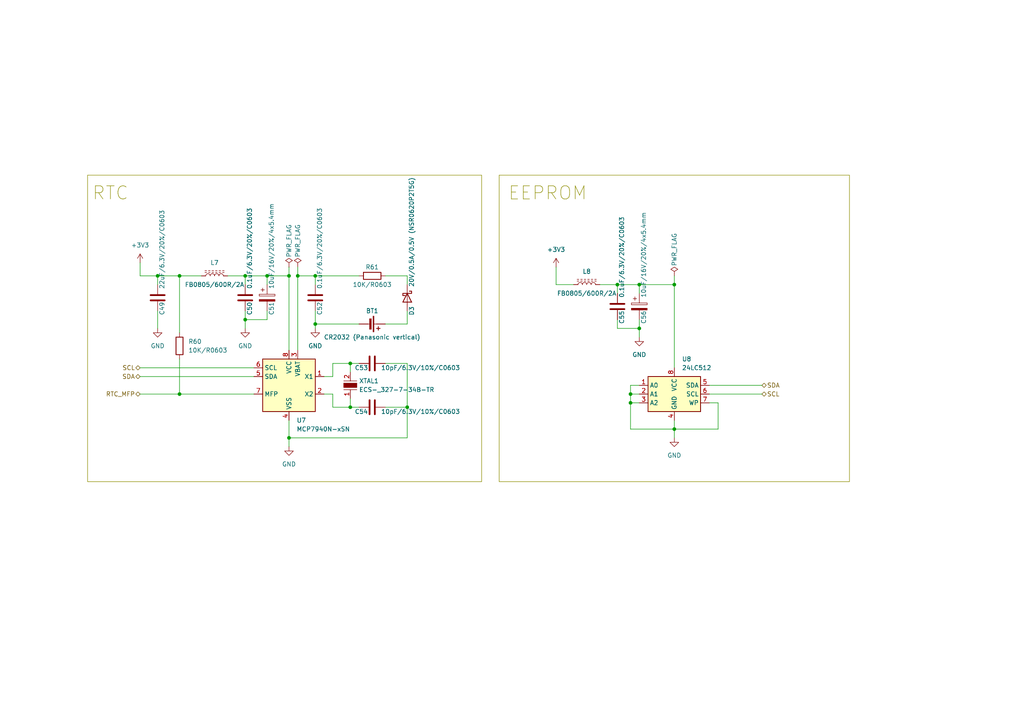
<source format=kicad_sch>
(kicad_sch (version 20230121) (generator eeschema)
  (paper "A4")
  (lib_symbols
    (symbol "Device:Battery_Cell" (pin_numbers hide) (pin_names (offset 0) hide)
      (property "Reference" "BT" (at 2.54 2.54 0))
      (property "Value" "Battery_Cell" (at 2.54 0 0))
      (symbol "Battery_Cell_0_1"
        (rectangle (start -2.286 1.778) (end 2.286 1.524) (fill (type outline)))
        (rectangle (start -1.524 1.016) (end 1.524 0.508) (fill (type outline)))
        (polyline (pts (xy 0 0.762) (xy 0 0)))
        (polyline (pts (xy 0 1.778) (xy 0 2.54)))
        (polyline (pts (xy 0.762 3.048) (xy 1.778 3.048)) (stroke (width 0.254)))
        (polyline (pts (xy 1.27 3.556) (xy 1.27 2.54)) (stroke (width 0.254)))
      )
      (symbol "Battery_Cell_1_1"
        (pin passive line (at 0 5.08 270) (length 2.54) (name "+") (number "1"))
        (pin passive line (at 0 -2.54 90) (length 2.54) (name "-") (number "2"))
      )
    )
    (symbol "Device:C" (pin_numbers hide) (pin_names (offset 0.254))
      (property "Reference" "C" (at 0.635 2.54 0))
      (property "Value" "C" (at 0.635 -2.54 0))
      (symbol "C_0_1"
        (polyline (pts (xy -2.032 -0.762) (xy 2.032 -0.762)) (stroke (width 0.508)))
        (polyline (pts (xy -2.032 0.762) (xy 2.032 0.762)) (stroke (width 0.508)))
      )
      (symbol "C_1_1"
        (pin passive line (at 0 3.81 270) (length 2.794) (name "~") (number "1"))
        (pin passive line (at 0 -3.81 90) (length 2.794) (name "~") (number "2"))
      )
    )
    (symbol "Device:C_Polarized" (pin_numbers hide) (pin_names (offset 0.254))
      (property "Reference" "C" (at 0.635 2.54 0))
      (property "Value" "C_Polarized" (at 0.635 -2.54 0))
      (symbol "C_Polarized_0_1"
        (rectangle (start -2.286 0.508) (end 2.286 1.016))
        (polyline (pts (xy -1.778 2.286) (xy -0.762 2.286)))
        (polyline (pts (xy -1.27 2.794) (xy -1.27 1.778)))
        (rectangle (start 2.286 -0.508) (end -2.286 -1.016) (fill (type outline)))
      )
      (symbol "C_Polarized_1_1"
        (pin passive line (at 0 3.81 270) (length 2.794) (name "~") (number "1"))
        (pin passive line (at 0 -3.81 90) (length 2.794) (name "~") (number "2"))
      )
    )
    (symbol "Device:D_Schottky" (pin_numbers hide) (pin_names (offset 1.016) hide)
      (property "Reference" "D" (at 0 2.54 0))
      (property "Value" "D_Schottky" (at 0 -2.54 0))
      (symbol "D_Schottky_0_1"
        (polyline (pts (xy 1.27 0) (xy -1.27 0)))
        (polyline (pts (xy 1.27 1.27) (xy 1.27 -1.27) (xy -1.27 0) (xy 1.27 1.27)) (stroke (width 0.254)))
        (polyline (pts (xy -1.905 0.635) (xy -1.905 1.27) (xy -1.27 1.27) (xy -1.27 -1.27) (xy -0.635 -1.27) (xy -0.635 -0.635)) (stroke (width 0.254)))
      )
      (symbol "D_Schottky_1_1"
        (pin passive line (at -3.81 0 0) (length 2.54) (name "K") (number "1"))
        (pin passive line (at 3.81 0 180) (length 2.54) (name "A") (number "2"))
      )
    )
    (symbol "Device:L_Ferrite" (pin_numbers hide) (pin_names (offset 1.016) hide)
      (property "Reference" "L" (at -1.27 0 90))
      (property "Value" "L_Ferrite" (at 2.794 0 90))
      (symbol "L_Ferrite_0_1"
        (arc (start 0 -2.54) (mid 0.6323 -1.905) (end 0 -1.27))
        (arc (start 0 -1.27) (mid 0.6323 -0.635) (end 0 0))
        (polyline (pts (xy 1.016 -2.794) (xy 1.016 -2.286)))
        (polyline (pts (xy 1.016 -1.778) (xy 1.016 -1.27)))
        (polyline (pts (xy 1.016 -0.762) (xy 1.016 -0.254)))
        (polyline (pts (xy 1.016 0.254) (xy 1.016 0.762)))
        (polyline (pts (xy 1.016 1.27) (xy 1.016 1.778)))
        (polyline (pts (xy 1.016 2.286) (xy 1.016 2.794)))
        (polyline (pts (xy 1.524 -2.286) (xy 1.524 -2.794)))
        (polyline (pts (xy 1.524 -1.27) (xy 1.524 -1.778)))
        (polyline (pts (xy 1.524 -0.254) (xy 1.524 -0.762)))
        (polyline (pts (xy 1.524 0.762) (xy 1.524 0.254)))
        (polyline (pts (xy 1.524 1.778) (xy 1.524 1.27)))
        (polyline (pts (xy 1.524 2.794) (xy 1.524 2.286)))
        (arc (start 0 0) (mid 0.6323 0.635) (end 0 1.27))
        (arc (start 0 1.27) (mid 0.6323 1.905) (end 0 2.54))
      )
      (symbol "L_Ferrite_1_1"
        (pin passive line (at 0 3.81 270) (length 1.27) (name "1") (number "1"))
        (pin passive line (at 0 -3.81 90) (length 1.27) (name "2") (number "2"))
      )
    )
    (symbol "Device:R" (pin_numbers hide) (pin_names (offset 0))
      (property "Reference" "R" (at 2.032 0 90))
      (property "Value" "R" (at 0 0 90))
      (symbol "R_0_1"
        (rectangle (start -1.016 -2.54) (end 1.016 2.54) (stroke (width 0.254)))
      )
      (symbol "R_1_1"
        (pin passive line (at 0 3.81 270) (length 1.27) (name "~") (number "1"))
        (pin passive line (at 0 -3.81 90) (length 1.27) (name "~") (number "2"))
      )
    )
    (symbol "Memory_EEPROM:24LC512"
      (property "Reference" "U" (at -6.35 6.35 0))
      (property "Value" "24LC512" (at 1.27 6.35 0))
      (symbol "24LC512_1_1"
        (rectangle (start -7.62 5.08) (end 7.62 -5.08) (stroke (width 0.254)) (fill (type background)))
        (pin input line (at -10.16 2.54 0) (length 2.54) (name "A0") (number "1"))
        (pin input line (at -10.16 0 0) (length 2.54) (name "A1") (number "2"))
        (pin input line (at -10.16 -2.54 0) (length 2.54) (name "A2") (number "3"))
        (pin power_in line (at 0 -7.62 90) (length 2.54) (name "GND") (number "4"))
        (pin bidirectional line (at 10.16 2.54 180) (length 2.54) (name "SDA") (number "5"))
        (pin input line (at 10.16 0 180) (length 2.54) (name "SCL") (number "6"))
        (pin input line (at 10.16 -2.54 180) (length 2.54) (name "WP") (number "7"))
        (pin power_in line (at 0 7.62 270) (length 2.54) (name "VCC") (number "8"))
      )
    )
    (symbol "Timer_RTC:MCP7940N-xSN"
      (property "Reference" "U" (at -6.35 8.89 0))
      (property "Value" "MCP7940N-xSN" (at 11.43 8.89 0))
      (symbol "MCP7940N-xSN_0_1"
        (rectangle (start -7.62 7.62) (end 7.62 -7.62) (stroke (width 0.254)) (fill (type background)))
      )
      (symbol "MCP7940N-xSN_1_1"
        (pin input line (at 10.16 2.54 180) (length 2.54) (name "X1") (number "1"))
        (pin output line (at 10.16 -2.54 180) (length 2.54) (name "X2") (number "2"))
        (pin power_in line (at 2.54 10.16 270) (length 2.54) (name "VBAT") (number "3"))
        (pin power_in line (at 0 -10.16 90) (length 2.54) (name "VSS") (number "4"))
        (pin bidirectional line (at -10.16 2.54 0) (length 2.54) (name "SDA") (number "5"))
        (pin input line (at -10.16 5.08 0) (length 2.54) (name "SCL") (number "6"))
        (pin open_collector line (at -10.16 -2.54 0) (length 2.54) (name "MFP") (number "7"))
        (pin power_in line (at 0 10.16 270) (length 2.54) (name "VCC") (number "8"))
      )
    )
    (symbol "dk_Crystals:ECS-_327-12_5-34B-TR" (pin_names (offset 1.016))
      (property "Reference" "XTAL" (at 0 3.81 0))
      (property "Value" "ECS-_327-12_5-34B-TR" (at 0 -3.81 0))
      (symbol "ECS-_327-12_5-34B-TR_1_1"
        (rectangle (start -0.635 1.905) (end 0.635 -1.905) (fill (type outline)))
        (polyline (pts (xy -1.27 1.905) (xy -1.27 -1.905)))
        (polyline (pts (xy 1.27 1.905) (xy 1.27 -1.905)))
        (pin bidirectional line (at -3.81 0 0) (length 2.54) (name "~") (number "1"))
        (pin bidirectional line (at 3.81 0 180) (length 2.54) (name "~") (number "2"))
      )
    )
    (symbol "power:+3V3" (power) (pin_names (offset 0))
      (property "Value" "+3V3" (at 0 3.556 0))
      (symbol "+3V3_0_1"
        (polyline (pts (xy -0.762 1.27) (xy 0 2.54)))
        (polyline (pts (xy 0 0) (xy 0 2.54)))
        (polyline (pts (xy 0 2.54) (xy 0.762 1.27)))
      )
      (symbol "+3V3_1_1"
        (pin power_in line (at 0 0 90) (length 0) hide (name "+3V3") (number "1"))
      )
    )
    (symbol "power:GND" (power) (pin_names (offset 0))
      (property "Value" "GND" (at 0 -3.81 0))
      (symbol "GND_0_1"
        (polyline (pts (xy 0 0) (xy 0 -1.27) (xy 1.27 -1.27) (xy 0 -2.54) (xy -1.27 -1.27) (xy 0 -1.27)))
      )
      (symbol "GND_1_1"
        (pin power_in line (at 0 0 270) (length 0) hide (name "GND") (number "1"))
      )
    )
    (symbol "power:PWR_FLAG" (power) (pin_numbers hide) (pin_names (offset 0) hide)
      (property "Value" "PWR_FLAG" (at 0 3.81 0))
      (symbol "PWR_FLAG_0_0"
        (pin power_out line (at 0 0 90) (length 0) (name "pwr") (number "1"))
      )
      (symbol "PWR_FLAG_0_1"
        (polyline (pts (xy 0 0) (xy 0 1.27) (xy -1.016 1.905) (xy 0 2.54) (xy 1.016 1.905) (xy 0 1.27)))
      )
    )
  )
  (junction (at 182.88 116.84))
  (junction (at 91.44 93.98))
  (junction (at 91.44 80.01))
  (junction (at 118.11 118.11))
  (junction (at 195.58 124.46))
  (junction (at 52.07 80.01))
  (junction (at 71.12 92.71))
  (junction (at 182.88 114.3))
  (junction (at 71.12 80.01))
  (junction (at 179.07 82.55))
  (junction (at 195.58 82.55))
  (junction (at 83.82 127))
  (junction (at 45.72 80.01))
  (junction (at 185.42 95.25))
  (junction (at 83.82 80.01))
  (junction (at 52.07 114.3))
  (junction (at 101.6 118.11))
  (junction (at 86.36 80.01))
  (junction (at 185.42 82.55))
  (junction (at 77.47 80.01))
  (junction (at 101.6 105.41))
  (wire (pts (xy 40.64 80.01) (xy 45.72 80.01)))
  (wire (pts (xy 111.76 118.11) (xy 118.11 118.11)))
  (wire (pts (xy 91.44 93.98) (xy 91.44 95.25)))
  (wire (pts (xy 118.11 105.41) (xy 118.11 118.11)))
  (wire (pts (xy 96.52 114.3) (xy 96.52 118.11)))
  (wire (pts (xy 185.42 95.25) (xy 185.42 97.79)))
  (wire (pts (xy 195.58 127) (xy 195.58 124.46)))
  (wire (pts (xy 205.74 111.76) (xy 220.98 111.76)))
  (wire (pts (xy 101.6 105.41) (xy 104.14 105.41)))
  (wire (pts (xy 83.82 101.6) (xy 83.82 80.01)))
  (wire (pts (xy 195.58 121.92) (xy 195.58 124.46)))
  (wire (pts (xy 161.29 77.47) (xy 161.29 82.55)))
  (wire (pts (xy 182.88 111.76) (xy 182.88 114.3)))
  (wire (pts (xy 111.76 80.01) (xy 118.11 80.01)))
  (wire (pts (xy 71.12 80.01) (xy 77.47 80.01)))
  (wire (pts (xy 86.36 80.01) (xy 91.44 80.01)))
  (wire (pts (xy 118.11 80.01) (xy 118.11 82.55)))
  (wire (pts (xy 91.44 93.98) (xy 104.14 93.98)))
  (wire (pts (xy 205.74 114.3) (xy 220.98 114.3)))
  (wire (pts (xy 111.76 105.41) (xy 118.11 105.41)))
  (wire (pts (xy 182.88 116.84) (xy 185.42 116.84)))
  (wire (pts (xy 185.42 82.55) (xy 195.58 82.55)))
  (wire (pts (xy 208.28 116.84) (xy 208.28 124.46)))
  (wire (pts (xy 118.11 127) (xy 83.82 127)))
  (wire (pts (xy 77.47 92.71) (xy 71.12 92.71)))
  (wire (pts (xy 52.07 80.01) (xy 58.42 80.01)))
  (wire (pts (xy 45.72 90.17) (xy 45.72 95.25)))
  (wire (pts (xy 71.12 82.55) (xy 71.12 80.01)))
  (wire (pts (xy 40.64 114.3) (xy 52.07 114.3)))
  (wire (pts (xy 195.58 82.55) (xy 195.58 106.68)))
  (wire (pts (xy 93.98 114.3) (xy 96.52 114.3)))
  (wire (pts (xy 83.82 121.92) (xy 83.82 127)))
  (wire (pts (xy 52.07 80.01) (xy 52.07 96.52)))
  (wire (pts (xy 71.12 92.71) (xy 71.12 95.25)))
  (wire (pts (xy 179.07 82.55) (xy 185.42 82.55)))
  (wire (pts (xy 96.52 105.41) (xy 101.6 105.41)))
  (wire (pts (xy 93.98 109.22) (xy 96.52 109.22)))
  (wire (pts (xy 96.52 109.22) (xy 96.52 105.41)))
  (wire (pts (xy 182.88 114.3) (xy 182.88 116.84)))
  (wire (pts (xy 91.44 90.17) (xy 91.44 93.98)))
  (wire (pts (xy 179.07 82.55) (xy 179.07 85.09)))
  (wire (pts (xy 118.11 93.98) (xy 118.11 90.17)))
  (wire (pts (xy 208.28 124.46) (xy 195.58 124.46)))
  (wire (pts (xy 101.6 115.57) (xy 101.6 118.11)))
  (wire (pts (xy 166.37 82.55) (xy 161.29 82.55)))
  (wire (pts (xy 52.07 114.3) (xy 52.07 104.14)))
  (wire (pts (xy 182.88 116.84) (xy 182.88 124.46)))
  (wire (pts (xy 179.07 92.71) (xy 179.07 95.25)))
  (wire (pts (xy 195.58 80.01) (xy 195.58 82.55)))
  (wire (pts (xy 182.88 114.3) (xy 185.42 114.3)))
  (wire (pts (xy 118.11 118.11) (xy 118.11 127)))
  (wire (pts (xy 101.6 118.11) (xy 104.14 118.11)))
  (wire (pts (xy 86.36 77.47) (xy 86.36 80.01)))
  (wire (pts (xy 91.44 82.55) (xy 91.44 80.01)))
  (wire (pts (xy 185.42 82.55) (xy 185.42 85.09)))
  (wire (pts (xy 185.42 92.71) (xy 185.42 95.25)))
  (wire (pts (xy 77.47 90.17) (xy 77.47 92.71)))
  (wire (pts (xy 40.64 80.01) (xy 40.64 76.2)))
  (wire (pts (xy 77.47 80.01) (xy 77.47 82.55)))
  (wire (pts (xy 101.6 107.95) (xy 101.6 105.41)))
  (wire (pts (xy 86.36 80.01) (xy 86.36 101.6)))
  (wire (pts (xy 83.82 77.47) (xy 83.82 80.01)))
  (wire (pts (xy 83.82 127) (xy 83.82 129.54)))
  (wire (pts (xy 71.12 90.17) (xy 71.12 92.71)))
  (wire (pts (xy 185.42 111.76) (xy 182.88 111.76)))
  (wire (pts (xy 179.07 95.25) (xy 185.42 95.25)))
  (wire (pts (xy 73.66 114.3) (xy 52.07 114.3)))
  (wire (pts (xy 66.04 80.01) (xy 71.12 80.01)))
  (wire (pts (xy 111.76 93.98) (xy 118.11 93.98)))
  (wire (pts (xy 40.64 109.22) (xy 73.66 109.22)))
  (wire (pts (xy 96.52 118.11) (xy 101.6 118.11)))
  (wire (pts (xy 45.72 82.55) (xy 45.72 80.01)))
  (wire (pts (xy 205.74 116.84) (xy 208.28 116.84)))
  (wire (pts (xy 40.64 106.68) (xy 73.66 106.68)))
  (wire (pts (xy 45.72 80.01) (xy 52.07 80.01)))
  (wire (pts (xy 91.44 80.01) (xy 104.14 80.01)))
  (wire (pts (xy 173.99 82.55) (xy 179.07 82.55)))
  (wire (pts (xy 83.82 80.01) (xy 77.47 80.01)))
  (wire (pts (xy 182.88 124.46) (xy 195.58 124.46)))
  (rectangle (start 144.78 50.8) (end 246.38 139.7) (stroke (width 0) (color 140 140 0 1)))
  (rectangle (start 25.4 50.8) (end 139.7 139.7) (stroke (width 0) (color 140 140 0 1)))
  (text "EEPROM" (at 147.32 58.42 0) (effects (font (size 3.81 3.81)) (justify left bottom)))
  (text "RTC" (at 26.67 58.42 0) (effects (font (size 3.81 3.81)) (justify left bottom)))
  (hierarchical_label "SCL" (shape bidirectional) (at 40.64 106.68 180))
  (hierarchical_label "SCL" (shape bidirectional) (at 220.98 114.3 0))
  (hierarchical_label "SDA" (shape bidirectional) (at 220.98 111.76 0))
  (hierarchical_label "SDA" (shape bidirectional) (at 40.64 109.22 180))
  (hierarchical_label "RTC_MFP" (shape bidirectional) (at 40.64 114.3 180))
  (symbol (lib_id "Device:C") (at 71.12 86.36 0) (unit 1)
    (property "Reference" "C50" (at 72.39 91.44 90) (effects (justify left)))
    (property "Value" "0.1uF/6.3V/20%/C0603" (at 72.39 83.82 90) (effects (justify left)))
    (property "Footprint" "Capacitor_SMD:C_0603_1608Metric" (effects hide))
    (instances (project "ESP32-PLC" (path "" (reference "C50") (unit 1))) (project "SAM4E-PLC" (path "" (reference "C70") (unit 1)) (path "" (reference "C99") (unit 1))))
  )
  (symbol (lib_id "Device:L_Ferrite") (at 170.18 82.55 90) (unit 1)
    (property "Reference" "L8" (at 170.18 78.74 90))
    (property "Value" "FB0805/600R/2A" (at 170.18 85.09 90))
    (property "Footprint" "Inductor_SMD:L_0805_2012Metric" (effects hide))
    (property "Datasheet" "https://ro.mouser.com/datasheet/2/87/eaton_mfbm1v2012_high_current_multilayer_ferrite_c-1890685.pdf" (effects hide))
    (instances (project "ESP32-PLC" (path "" (reference "L8") (unit 1))) (project "SAM4E-PLC" (path "" (reference "L?") (unit 1)) (path "" (reference "L?") (unit 1)) (path "" (reference "L9") (unit 1)) (path "" (reference "L15") (unit 1))))
  )
  (symbol (lib_id "Device:C") (at 91.44 86.36 0) (unit 1)
    (property "Reference" "C52" (at 92.71 91.44 90) (effects (justify left)))
    (property "Value" "0.1uF/6.3V/20%/C0603" (at 92.71 83.82 90) (effects (justify left)))
    (property "Footprint" "Capacitor_SMD:C_0603_1608Metric" (effects hide))
    (instances (project "ESP32-PLC" (path "" (reference "C52") (unit 1))) (project "SAM4E-PLC" (path "" (reference "C70") (unit 1)) (path "" (reference "C101") (unit 1))))
  )
  (symbol (lib_id "Device:C") (at 107.95 105.41 270) (unit 1)
    (property "Reference" "C53" (at 102.87 106.68 90) (effects (justify left)))
    (property "Value" "10pF/6.3V/10%/C0603" (at 110.49 106.68 90) (effects (justify left)))
    (property "Footprint" "Capacitor_SMD:C_0603_1608Metric" (effects hide))
    (instances (project "ESP32-PLC" (path "" (reference "C53") (unit 1))) (project "SAM4E-PLC" (path "" (reference "C3") (unit 1)) (path "" (reference "C5") (unit 1)) (path "" (reference "C102") (unit 1))))
  )
  (symbol (lib_id "power:PWR_FLAG") (at 195.58 80.01 0) (unit 1)
    (property "Reference" "#FLG014" (effects hide))
    (property "Value" "PWR_FLAG" (at 195.58 72.39 90))
    (instances (project "ESP32-PLC" (path "" (reference "#FLG014") (unit 1))) (project "SAM4E-PLC" (path "" (reference "#FLG01") (unit 1)) (path "" (reference "#FLG020") (unit 1))))
  )
  (symbol (lib_id "Device:C") (at 107.95 118.11 270) (unit 1)
    (property "Reference" "C54" (at 102.87 119.38 90) (effects (justify left)))
    (property "Value" "10pF/6.3V/10%/C0603" (at 110.49 119.38 90) (effects (justify left)))
    (property "Footprint" "Capacitor_SMD:C_0603_1608Metric" (effects hide))
    (instances (project "ESP32-PLC" (path "" (reference "C54") (unit 1))) (project "SAM4E-PLC" (path "" (reference "C3") (unit 1)) (path "" (reference "C6") (unit 1)) (path "" (reference "C103") (unit 1))))
  )
  (symbol (lib_id "Device:C") (at 179.07 88.9 0) (unit 1)
    (property "Reference" "C55" (at 180.34 93.98 90) (effects (justify left)))
    (property "Value" "0.1uF/6.3V/20%/C0603" (at 180.34 86.36 90) (effects (justify left)))
    (property "Footprint" "Capacitor_SMD:C_0603_1608Metric" (effects hide))
    (instances (project "ESP32-PLC" (path "" (reference "C55") (unit 1))) (project "SAM4E-PLC" (path "" (reference "C70") (unit 1)) (path "" (reference "C104") (unit 1))))
  )
  (symbol (lib_id "power:PWR_FLAG") (at 83.82 77.47 0) (unit 1)
    (property "Reference" "#FLG012" (effects hide))
    (property "Value" "PWR_FLAG" (at 83.82 69.85 90))
    (instances (project "ESP32-PLC" (path "" (reference "#FLG012") (unit 1))) (project "SAM4E-PLC" (path "" (reference "#FLG01") (unit 1)) (path "" (reference "#FLG018") (unit 1))))
  )
  (symbol (lib_id "Device:Battery_Cell") (at 106.68 93.98 270) (unit 1)
    (property "Reference" "BT1" (at 107.95 90.17 90))
    (property "Value" "CR2032 (Panasonic vertical)" (at 107.95 97.79 90))
    (property "Footprint" "Battery:Battery_Panasonic_CR2032-VS1N_Vertical_CircularHoles" (effects hide))
    (property "Datasheet" "https://ro.mouser.com/datasheet/2/215/057-744095.pdf" (effects hide))
  )
  (symbol (lib_id "power:GND") (at 45.72 95.25 0) (unit 1)
    (property "Reference" "#PWR055" (effects hide))
    (property "Value" "GND" (at 45.72 100.33 0))
    (instances (project "ESP32-PLC" (path "" (reference "#PWR055") (unit 1))) (project "SAM4E-PLC" (path "" (reference "#PWR03") (unit 1)) (path "" (reference "#PWR02") (unit 1)) (path "" (reference "#PWR091") (unit 1))))
  )
  (symbol (lib_id "Device:C") (at 45.72 86.36 0) (unit 1)
    (property "Reference" "C49" (at 46.99 91.44 90) (effects (justify left)))
    (property "Value" "22uF/6.3V/20%/C0603" (at 46.99 83.82 90) (effects (justify left)))
    (property "Footprint" "Capacitor_SMD:C_0603_1608Metric" (effects hide))
    (instances (project "ESP32-PLC" (path "" (reference "C49") (unit 1))) (project "SAM4E-PLC" (path "" (reference "C1") (unit 1)) (path "" (reference "C1") (unit 1)) (path "" (reference "C98") (unit 1))))
  )
  (symbol (lib_id "Memory_EEPROM:24LC512") (at 195.58 114.3 0) (unit 1)
    (property "Reference" "U8" (at 197.7741 104.14 0) (effects (justify left)))
    (property "Value" "24LC512" (at 197.7741 106.68 0) (effects (justify left)))
    (property "Footprint" "Package_SO:SOIC-8_3.9x4.9mm_P1.27mm" (effects hide))
    (property "Datasheet" "http://ww1.microchip.com/downloads/en/DeviceDoc/21754M.pdf" (effects hide))
    (instances (project "ESP32-PLC" (path "" (reference "U8") (unit 1))) (project "SAM4E-PLC" (path "" (reference "U16") (unit 1))))
  )
  (symbol (lib_id "Timer_RTC:MCP7940N-xSN") (at 83.82 111.76 0) (unit 1)
    (property "Reference" "U7" (at 86.0141 121.92 0) (effects (justify left)))
    (property "Value" "MCP7940N-xSN" (at 86.0141 124.46 0) (effects (justify left)))
    (property "Footprint" "Package_SO:SOIC-8_3.9x4.9mm_P1.27mm" (effects hide))
    (property "Datasheet" "http://ww1.microchip.com/downloads/en/DeviceDoc/20005010F.pdf" (effects hide))
    (instances (project "ESP32-PLC" (path "" (reference "U7") (unit 1))) (project "SAM4E-PLC" (path "" (reference "U1") (unit 1)) (path "" (reference "U15") (unit 1))))
  )
  (symbol (lib_id "power:GND") (at 195.58 127 0) (unit 1)
    (property "Reference" "#PWR061" (effects hide))
    (property "Value" "GND" (at 195.58 132.08 0))
    (instances (project "ESP32-PLC" (path "" (reference "#PWR061") (unit 1))) (project "SAM4E-PLC" (path "" (reference "#PWR05") (unit 1)) (path "" (reference "#PWR05") (unit 1)) (path "" (reference "#PWR097") (unit 1))))
  )
  (symbol (lib_id "Device:C_Polarized") (at 77.47 86.36 0) (unit 1)
    (property "Reference" "C51" (at 78.74 91.44 90) (effects (justify left)))
    (property "Value" "10uF/16V/20%/4x5.4mm" (at 78.74 83.82 90) (effects (justify left)))
    (property "Footprint" "Capacitor_SMD:CP_Elec_4x5.4" (effects hide))
    (instances (project "ESP32-PLC" (path "" (reference "C51") (unit 1))) (project "SAM4E-PLC" (path "" (reference "C71") (unit 1)) (path "" (reference "C100") (unit 1))))
  )
  (symbol (lib_id "Device:C_Polarized") (at 185.42 88.9 0) (unit 1)
    (property "Reference" "C56" (at 186.69 93.98 90) (effects (justify left)))
    (property "Value" "10uF/16V/20%/4x5.4mm" (at 186.69 86.36 90) (effects (justify left)))
    (property "Footprint" "Capacitor_SMD:CP_Elec_4x5.4" (effects hide))
    (instances (project "ESP32-PLC" (path "" (reference "C56") (unit 1))) (project "SAM4E-PLC" (path "" (reference "C71") (unit 1)) (path "" (reference "C105") (unit 1))))
  )
  (symbol (lib_id "Device:R") (at 52.07 100.33 0) (unit 1)
    (property "Reference" "R60" (at 54.61 99.06 0) (effects (justify left)))
    (property "Value" "10K/R0603" (at 54.61 101.6 0) (effects (justify left)))
    (property "Footprint" "Resistor_SMD:R_0603_1608Metric" (effects hide))
    (instances (project "ESP32-PLC" (path "" (reference "R60") (unit 1))) (project "SAM4E-PLC" (path "" (reference "R9") (unit 1)) (path "" (reference "R1") (unit 1)) (path "" (reference "R115") (unit 1))))
  )
  (symbol (lib_id "power:PWR_FLAG") (at 86.36 77.47 0) (unit 1)
    (property "Reference" "#FLG013" (effects hide))
    (property "Value" "PWR_FLAG" (at 86.36 69.85 90))
    (instances (project "ESP32-PLC" (path "" (reference "#FLG013") (unit 1))) (project "SAM4E-PLC" (path "" (reference "#FLG02") (unit 1)) (path "" (reference "#FLG019") (unit 1))))
  )
  (symbol (lib_id "Device:R") (at 107.95 80.01 90) (unit 1)
    (property "Reference" "R61" (at 107.95 77.47 90))
    (property "Value" "10K/R0603" (at 107.95 82.55 90))
    (property "Footprint" "Resistor_SMD:R_0603_1608Metric" (effects hide))
    (instances (project "ESP32-PLC" (path "" (reference "R61") (unit 1))) (project "SAM4E-PLC" (path "" (reference "R9") (unit 1)) (path "" (reference "R2") (unit 1)) (path "" (reference "R116") (unit 1))))
  )
  (symbol (lib_id "power:GND") (at 91.44 95.25 0) (unit 1)
    (property "Reference" "#PWR058" (effects hide))
    (property "Value" "GND" (at 91.44 100.33 0))
    (instances (project "ESP32-PLC" (path "" (reference "#PWR058") (unit 1))) (project "SAM4E-PLC" (path "" (reference "#PWR05") (unit 1)) (path "" (reference "#PWR05") (unit 1)) (path "" (reference "#PWR094") (unit 1))))
  )
  (symbol (lib_id "Device:L_Ferrite") (at 62.23 80.01 90) (unit 1)
    (property "Reference" "L7" (at 62.23 76.2 90))
    (property "Value" "FB0805/600R/2A" (at 62.23 82.55 90))
    (property "Footprint" "Inductor_SMD:L_0805_2012Metric" (effects hide))
    (property "Datasheet" "https://ro.mouser.com/datasheet/2/87/eaton_mfbm1v2012_high_current_multilayer_ferrite_c-1890685.pdf" (effects hide))
    (instances (project "ESP32-PLC" (path "" (reference "L7") (unit 1))) (project "SAM4E-PLC" (path "" (reference "L?") (unit 1)) (path "" (reference "L?") (unit 1)) (path "" (reference "L9") (unit 1)) (path "" (reference "L14") (unit 1))))
  )
  (symbol (lib_id "power:GND") (at 71.12 95.25 0) (unit 1)
    (property "Reference" "#PWR056" (effects hide))
    (property "Value" "GND" (at 71.12 100.33 0))
    (instances (project "ESP32-PLC" (path "" (reference "#PWR056") (unit 1))) (project "SAM4E-PLC" (path "" (reference "#PWR05") (unit 1)) (path "" (reference "#PWR03") (unit 1)) (path "" (reference "#PWR092") (unit 1))))
  )
  (symbol (lib_id "power:GND") (at 83.82 129.54 0) (unit 1)
    (property "Reference" "#PWR057" (effects hide))
    (property "Value" "GND" (at 83.82 134.62 0))
    (instances (project "ESP32-PLC" (path "" (reference "#PWR057") (unit 1))) (project "SAM4E-PLC" (path "" (reference "#PWR05") (unit 1)) (path "" (reference "#PWR04") (unit 1)) (path "" (reference "#PWR093") (unit 1))))
  )
  (symbol (lib_id "Device:D_Schottky") (at 118.11 86.36 270) (unit 1)
    (property "Reference" "D3" (at 119.38 90.17 0))
    (property "Value" "20V/0.5A/0.5V (NSR0620P2T5G)" (at 119.38 67.31 0))
    (property "Footprint" "Diode_SMD:D_SOD-923" (effects hide))
    (instances (project "ESP32-PLC" (path "" (reference "D3") (unit 1))) (project "SAM4E-PLC" (path "" (reference "D39") (unit 1))))
  )
  (symbol (lib_id "dk_Crystals:ECS-_327-12_5-34B-TR") (at 101.6 111.76 90) (unit 1)
    (property "Reference" "XTAL1" (at 104.14 110.49 90) (effects (justify right)))
    (property "Value" "ECS-_327-7-34B-TR" (at 104.14 113.03 90) (effects (justify right)))
    (property "Footprint" "digikey-footprints:SMD-2_3.2x1.5mm" (effects hide))
    (property "Datasheet" "http://www.ecsxtal.com/store/pdf/ecx-31b.pdf" (effects hide))
    (property "Digi-Key_PN" "XC1617CT-ND" (effects hide))
    (property "MPN" "ECS-.327-12.5-34B-TR" (effects hide))
    (property "Category" "Crystals, Oscillators, Resonators" (effects hide))
    (property "Family" "Crystals" (effects hide))
    (property "DK_Datasheet_Link" "http://www.ecsxtal.com/store/pdf/ecx-31b.pdf" (effects hide))
    (property "DK_Detail_Page" "/product-detail/en/ecs-inc/ECS-.327-12.5-34B-TR/XC1617CT-ND/1693786" (effects hide))
    (property "Description" "CRYSTAL 32.7680KHZ 12.5PF SMD" (effects hide))
    (property "Manufacturer" "ECS Inc." (effects hide))
    (property "Status" "Active" (effects hide))
  )
  (symbol (lib_id "power:+3V3") (at 40.64 76.2 0) (unit 1)
    (property "Reference" "#PWR054" (effects hide))
    (property "Value" "+3V3" (at 40.64 71.12 0))
    (instances (project "ESP32-PLC" (path "" (reference "#PWR054") (unit 1))) (project "SAM4E-PLC" (path "" (reference "#PWR01") (unit 1)) (path "" (reference "#PWR01") (unit 1)) (path "" (reference "#PWR090") (unit 1))))
  )
  (symbol (lib_id "power:+3V3") (at 161.29 77.47 0) (unit 1)
    (property "Reference" "#PWR059" (effects hide))
    (property "Value" "+3V3" (at 161.29 72.39 0))
    (instances (project "ESP32-PLC" (path "" (reference "#PWR059") (unit 1))) (project "SAM4E-PLC" (path "" (reference "#PWR01") (unit 1)) (path "" (reference "#PWR01") (unit 1)) (path "" (reference "#PWR095") (unit 1))))
  )
  (symbol (lib_id "power:GND") (at 185.42 97.79 0) (unit 1)
    (property "Reference" "#PWR060" (effects hide))
    (property "Value" "GND" (at 185.42 102.87 0))
    (instances (project "ESP32-PLC" (path "" (reference "#PWR060") (unit 1))) (project "SAM4E-PLC" (path "" (reference "#PWR03") (unit 1)) (path "" (reference "#PWR02") (unit 1)) (path "" (reference "#PWR096") (unit 1))))
  )
)
</source>
